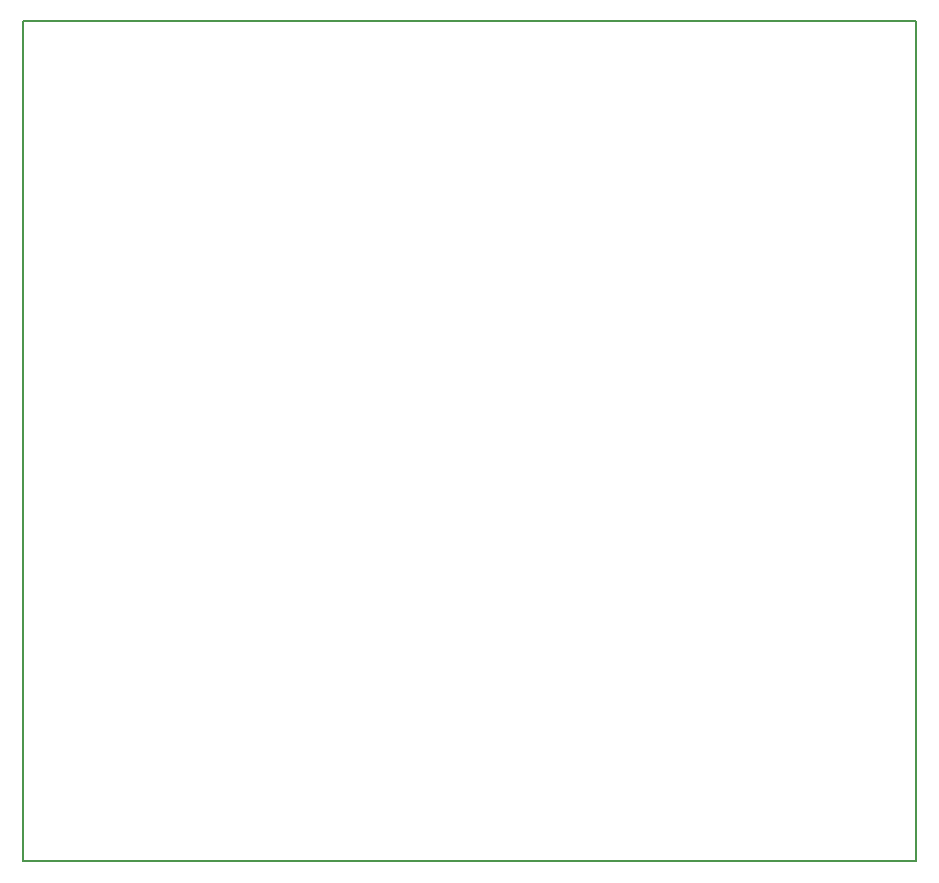
<source format=gbr>
G04 EasyPC Gerber Version 20.0.2 Build 4112 *
G04 #@! TF.Part,Single*
%FSLAX35Y35*%
%MOIN*%
%ADD11C,0.00500*%
X0Y0D02*
D02*
D11*
X250Y250D02*
X297750D01*
Y280250*
X250*
Y250*
X0Y0D02*
M02*

</source>
